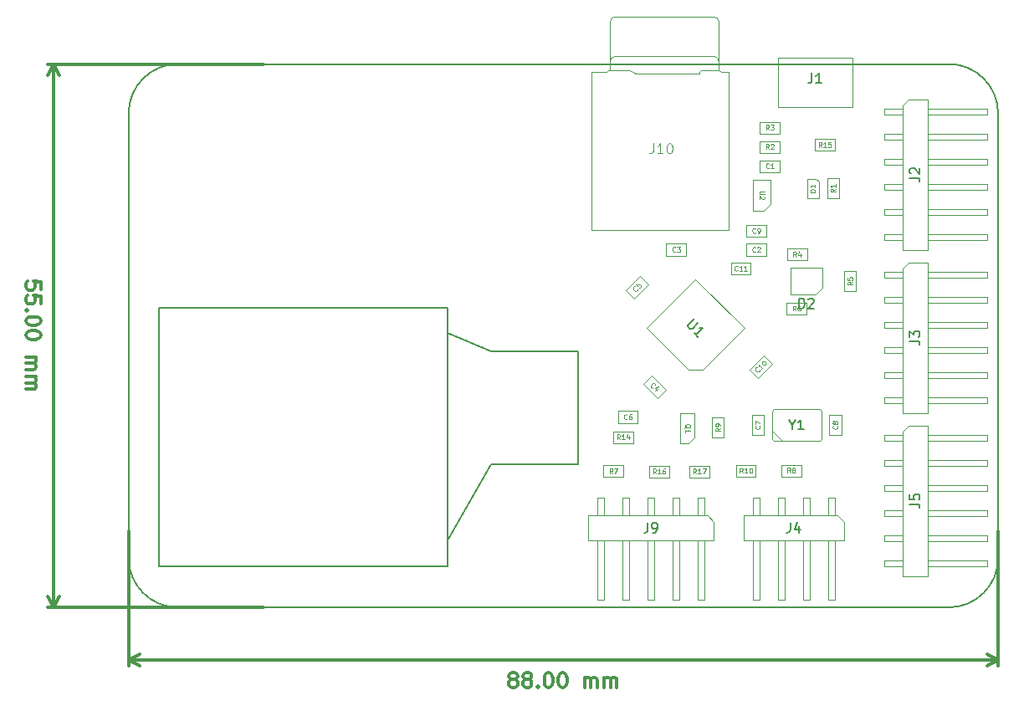
<source format=gbr>
G04 #@! TF.GenerationSoftware,KiCad,Pcbnew,(5.0.2)-1*
G04 #@! TF.CreationDate,2019-03-01T11:01:03+00:00*
G04 #@! TF.ProjectId,PCB_Card,5043425f-4361-4726-942e-6b696361645f,02*
G04 #@! TF.SameCoordinates,PX6ddf710PY7643e10*
G04 #@! TF.FileFunction,Other,Fab,Top*
%FSLAX46Y46*%
G04 Gerber Fmt 4.6, Leading zero omitted, Abs format (unit mm)*
G04 Created by KiCad (PCBNEW (5.0.2)-1) date 01/03/2019 11:01:03*
%MOMM*%
%LPD*%
G01*
G04 APERTURE LIST*
%ADD10C,0.300000*%
%ADD11C,0.200000*%
%ADD12C,0.150000*%
%ADD13C,0.100000*%
%ADD14C,0.075000*%
%ADD15C,0.080000*%
G04 APERTURE END LIST*
D10*
X-8918572Y32219086D02*
X-8918572Y32933372D01*
X-9632858Y33004800D01*
X-9561429Y32933372D01*
X-9490000Y32790515D01*
X-9490000Y32433372D01*
X-9561429Y32290515D01*
X-9632858Y32219086D01*
X-9775715Y32147658D01*
X-10132858Y32147658D01*
X-10275715Y32219086D01*
X-10347143Y32290515D01*
X-10418572Y32433372D01*
X-10418572Y32790515D01*
X-10347143Y32933372D01*
X-10275715Y33004800D01*
X-8918572Y30790515D02*
X-8918572Y31504800D01*
X-9632858Y31576229D01*
X-9561429Y31504800D01*
X-9490000Y31361943D01*
X-9490000Y31004800D01*
X-9561429Y30861943D01*
X-9632858Y30790515D01*
X-9775715Y30719086D01*
X-10132858Y30719086D01*
X-10275715Y30790515D01*
X-10347143Y30861943D01*
X-10418572Y31004800D01*
X-10418572Y31361943D01*
X-10347143Y31504800D01*
X-10275715Y31576229D01*
X-10275715Y30076229D02*
X-10347143Y30004800D01*
X-10418572Y30076229D01*
X-10347143Y30147658D01*
X-10275715Y30076229D01*
X-10418572Y30076229D01*
X-8918572Y29076229D02*
X-8918572Y28933372D01*
X-8990000Y28790515D01*
X-9061429Y28719086D01*
X-9204286Y28647658D01*
X-9490000Y28576229D01*
X-9847143Y28576229D01*
X-10132858Y28647658D01*
X-10275715Y28719086D01*
X-10347143Y28790515D01*
X-10418572Y28933372D01*
X-10418572Y29076229D01*
X-10347143Y29219086D01*
X-10275715Y29290515D01*
X-10132858Y29361943D01*
X-9847143Y29433372D01*
X-9490000Y29433372D01*
X-9204286Y29361943D01*
X-9061429Y29290515D01*
X-8990000Y29219086D01*
X-8918572Y29076229D01*
X-8918572Y27647658D02*
X-8918572Y27504800D01*
X-8990000Y27361943D01*
X-9061429Y27290515D01*
X-9204286Y27219086D01*
X-9490000Y27147658D01*
X-9847143Y27147658D01*
X-10132858Y27219086D01*
X-10275715Y27290515D01*
X-10347143Y27361943D01*
X-10418572Y27504800D01*
X-10418572Y27647658D01*
X-10347143Y27790515D01*
X-10275715Y27861943D01*
X-10132858Y27933372D01*
X-9847143Y28004800D01*
X-9490000Y28004800D01*
X-9204286Y27933372D01*
X-9061429Y27861943D01*
X-8990000Y27790515D01*
X-8918572Y27647658D01*
X-10418572Y25361943D02*
X-9418572Y25361943D01*
X-9561429Y25361943D02*
X-9490000Y25290515D01*
X-9418572Y25147658D01*
X-9418572Y24933372D01*
X-9490000Y24790515D01*
X-9632858Y24719086D01*
X-10418572Y24719086D01*
X-9632858Y24719086D02*
X-9490000Y24647658D01*
X-9418572Y24504800D01*
X-9418572Y24290515D01*
X-9490000Y24147658D01*
X-9632858Y24076229D01*
X-10418572Y24076229D01*
X-10418572Y23361943D02*
X-9418572Y23361943D01*
X-9561429Y23361943D02*
X-9490000Y23290515D01*
X-9418572Y23147658D01*
X-9418572Y22933372D01*
X-9490000Y22790515D01*
X-9632858Y22719086D01*
X-10418572Y22719086D01*
X-9632858Y22719086D02*
X-9490000Y22647658D01*
X-9418572Y22504800D01*
X-9418572Y22290515D01*
X-9490000Y22147658D01*
X-9632858Y22076229D01*
X-10418572Y22076229D01*
X-7640000Y55010000D02*
X-7640000Y-400D01*
X13670000Y55010000D02*
X-8226421Y55010000D01*
X13670000Y-400D02*
X-8226421Y-400D01*
X-7640000Y-400D02*
X-8226421Y1126104D01*
X-7640000Y-400D02*
X-7053579Y1126104D01*
X-7640000Y55010000D02*
X-8226421Y53883496D01*
X-7640000Y55010000D02*
X-7053579Y53883496D01*
X38760718Y-7261428D02*
X38617861Y-7190000D01*
X38546432Y-7118571D01*
X38475004Y-6975714D01*
X38475004Y-6904285D01*
X38546432Y-6761428D01*
X38617861Y-6690000D01*
X38760718Y-6618571D01*
X39046432Y-6618571D01*
X39189289Y-6690000D01*
X39260718Y-6761428D01*
X39332146Y-6904285D01*
X39332146Y-6975714D01*
X39260718Y-7118571D01*
X39189289Y-7190000D01*
X39046432Y-7261428D01*
X38760718Y-7261428D01*
X38617861Y-7332857D01*
X38546432Y-7404285D01*
X38475004Y-7547142D01*
X38475004Y-7832857D01*
X38546432Y-7975714D01*
X38617861Y-8047142D01*
X38760718Y-8118571D01*
X39046432Y-8118571D01*
X39189289Y-8047142D01*
X39260718Y-7975714D01*
X39332146Y-7832857D01*
X39332146Y-7547142D01*
X39260718Y-7404285D01*
X39189289Y-7332857D01*
X39046432Y-7261428D01*
X40189289Y-7261428D02*
X40046432Y-7190000D01*
X39975004Y-7118571D01*
X39903575Y-6975714D01*
X39903575Y-6904285D01*
X39975004Y-6761428D01*
X40046432Y-6690000D01*
X40189289Y-6618571D01*
X40475004Y-6618571D01*
X40617861Y-6690000D01*
X40689289Y-6761428D01*
X40760718Y-6904285D01*
X40760718Y-6975714D01*
X40689289Y-7118571D01*
X40617861Y-7190000D01*
X40475004Y-7261428D01*
X40189289Y-7261428D01*
X40046432Y-7332857D01*
X39975004Y-7404285D01*
X39903575Y-7547142D01*
X39903575Y-7832857D01*
X39975004Y-7975714D01*
X40046432Y-8047142D01*
X40189289Y-8118571D01*
X40475004Y-8118571D01*
X40617861Y-8047142D01*
X40689289Y-7975714D01*
X40760718Y-7832857D01*
X40760718Y-7547142D01*
X40689289Y-7404285D01*
X40617861Y-7332857D01*
X40475004Y-7261428D01*
X41403575Y-7975714D02*
X41475004Y-8047142D01*
X41403575Y-8118571D01*
X41332146Y-8047142D01*
X41403575Y-7975714D01*
X41403575Y-8118571D01*
X42403575Y-6618571D02*
X42546432Y-6618571D01*
X42689289Y-6690000D01*
X42760718Y-6761428D01*
X42832146Y-6904285D01*
X42903575Y-7190000D01*
X42903575Y-7547142D01*
X42832146Y-7832857D01*
X42760718Y-7975714D01*
X42689289Y-8047142D01*
X42546432Y-8118571D01*
X42403575Y-8118571D01*
X42260718Y-8047142D01*
X42189289Y-7975714D01*
X42117861Y-7832857D01*
X42046432Y-7547142D01*
X42046432Y-7190000D01*
X42117861Y-6904285D01*
X42189289Y-6761428D01*
X42260718Y-6690000D01*
X42403575Y-6618571D01*
X43832146Y-6618571D02*
X43975004Y-6618571D01*
X44117861Y-6690000D01*
X44189289Y-6761428D01*
X44260718Y-6904285D01*
X44332146Y-7190000D01*
X44332146Y-7547142D01*
X44260718Y-7832857D01*
X44189289Y-7975714D01*
X44117861Y-8047142D01*
X43975004Y-8118571D01*
X43832146Y-8118571D01*
X43689289Y-8047142D01*
X43617861Y-7975714D01*
X43546432Y-7832857D01*
X43475004Y-7547142D01*
X43475004Y-7190000D01*
X43546432Y-6904285D01*
X43617861Y-6761428D01*
X43689289Y-6690000D01*
X43832146Y-6618571D01*
X46117861Y-8118571D02*
X46117861Y-7118571D01*
X46117861Y-7261428D02*
X46189289Y-7190000D01*
X46332146Y-7118571D01*
X46546432Y-7118571D01*
X46689289Y-7190000D01*
X46760718Y-7332857D01*
X46760718Y-8118571D01*
X46760718Y-7332857D02*
X46832146Y-7190000D01*
X46975004Y-7118571D01*
X47189289Y-7118571D01*
X47332146Y-7190000D01*
X47403575Y-7332857D01*
X47403575Y-8118571D01*
X48117861Y-8118571D02*
X48117861Y-7118571D01*
X48117861Y-7261428D02*
X48189289Y-7190000D01*
X48332146Y-7118571D01*
X48546432Y-7118571D01*
X48689289Y-7190000D01*
X48760718Y-7332857D01*
X48760718Y-8118571D01*
X48760718Y-7332857D02*
X48832146Y-7190000D01*
X48975004Y-7118571D01*
X49189289Y-7118571D01*
X49332146Y-7190000D01*
X49403575Y-7332857D01*
X49403575Y-8118571D01*
X-20000Y-5340000D02*
X87970009Y-5340000D01*
X-20000Y7710000D02*
X-20000Y-5926421D01*
X87970009Y7710000D02*
X87970009Y-5926421D01*
X87970009Y-5340000D02*
X86843505Y-5926421D01*
X87970009Y-5340000D02*
X86843505Y-4753579D01*
X-20000Y-5340000D02*
X1106504Y-5926421D01*
X-20000Y-5340000D02*
X1106504Y-4753579D01*
D11*
X87980000Y50010000D02*
X87980000Y5010000D01*
X-20000Y5010000D02*
G75*
G03X4980000Y10000I5000000J0D01*
G01*
X87980000Y5010000D02*
G75*
G02X82980000Y10000I-5000000J0D01*
G01*
X87980000Y50010000D02*
G75*
G03X82980000Y55010000I-5000000J0D01*
G01*
X-20000Y50010000D02*
G75*
G02X4980000Y55010000I5000000J0D01*
G01*
X-20000Y5010000D02*
X-20000Y50010000D01*
X82980000Y10000D02*
X4980000Y10000D01*
X4980000Y55010000D02*
X82980000Y55010000D01*
D12*
G04 #@! TO.C,J6*
X3080000Y4200000D02*
X3080000Y30360000D01*
X3080000Y30360000D02*
X32300000Y30360000D01*
X32300000Y30360000D02*
X32300000Y4200000D01*
X32300000Y4200000D02*
X3080000Y4200000D01*
X45430000Y25900000D02*
X45430000Y14500000D01*
X45430000Y14500000D02*
X36700000Y14500000D01*
X36700000Y14500000D02*
X32300000Y6800000D01*
X45430000Y25900000D02*
X36700000Y25900000D01*
X32300000Y27760000D02*
X36700000Y25900000D01*
D13*
G04 #@! TO.C,Q1*
X57230000Y17170000D02*
X57230000Y19620000D01*
X56680000Y16600000D02*
X55830000Y16600000D01*
X57230000Y17170000D02*
X56680000Y16600000D01*
X55830000Y16600000D02*
X55830000Y19640000D01*
X57230000Y19640000D02*
X55830000Y19640000D01*
G04 #@! TO.C,C4*
X54321371Y22027157D02*
X53472843Y21178629D01*
X53472843Y21178629D02*
X52058629Y22592843D01*
X52058629Y22592843D02*
X52907157Y23441371D01*
X52907157Y23441371D02*
X54321371Y22027157D01*
G04 #@! TO.C,C5*
X52541371Y32682843D02*
X51127157Y31268629D01*
X51692843Y33531371D02*
X52541371Y32682843D01*
X50278629Y32117157D02*
X51692843Y33531371D01*
X51127157Y31268629D02*
X50278629Y32117157D01*
G04 #@! TO.C,U1*
X56642893Y24037359D02*
X52400253Y28280000D01*
X52400253Y28280000D02*
X57350000Y33229747D01*
X57350000Y33229747D02*
X62299747Y28280000D01*
X62299747Y28280000D02*
X58057107Y24037359D01*
X58057107Y24037359D02*
X56642893Y24037359D01*
G04 #@! TO.C,J10*
X57705000Y54175000D02*
X57705000Y54025000D01*
X59905000Y54175000D02*
X60715000Y54175000D01*
X48305000Y54175000D02*
X46865000Y54175000D01*
X57905000Y54375000D02*
X59705000Y54375000D01*
X57705000Y54175000D02*
X57905000Y54375000D01*
X59705000Y54375000D02*
X59905000Y54175000D01*
X50755000Y54375000D02*
X51280000Y54025000D01*
X48505000Y54375000D02*
X48305000Y54175000D01*
X48505000Y54375000D02*
X50755000Y54375000D01*
X60715000Y54175000D02*
X60715000Y38225000D01*
X46865000Y54175000D02*
X46865000Y38225000D01*
X46865000Y38225000D02*
X60715000Y38225000D01*
X51280000Y54025000D02*
X57705000Y54025000D01*
X59215000Y55775000D02*
X49215000Y55775000D01*
X59215000Y59775000D02*
X49215000Y59775000D01*
X48715000Y59275000D02*
X48715000Y54375000D01*
X59715000Y54375000D02*
X59715000Y59275000D01*
X49215000Y55775000D02*
G75*
G03X48715000Y55275000I0J-500000D01*
G01*
X59715000Y55275000D02*
G75*
G03X59215000Y55775000I-500000J0D01*
G01*
X49215000Y59775000D02*
G75*
G03X48715000Y59275000I0J-500000D01*
G01*
X59715000Y59275000D02*
G75*
G03X59215000Y59775000I-500000J0D01*
G01*
G04 #@! TO.C,R15*
X69440000Y46230000D02*
X69440000Y47430000D01*
X69440000Y47430000D02*
X71440000Y47430000D01*
X71440000Y47430000D02*
X71440000Y46230000D01*
X71440000Y46230000D02*
X69440000Y46230000D01*
G04 #@! TO.C,J3*
X80855000Y20645000D02*
X86855000Y20645000D01*
X86855000Y21285000D02*
X86855000Y20645000D01*
X80855000Y21285000D02*
X86855000Y21285000D01*
X76495000Y20645000D02*
X78315000Y20645000D01*
X76495000Y21285000D02*
X76495000Y20645000D01*
X76495000Y21285000D02*
X78315000Y21285000D01*
X80855000Y23185000D02*
X86855000Y23185000D01*
X86855000Y23825000D02*
X86855000Y23185000D01*
X80855000Y23825000D02*
X86855000Y23825000D01*
X76495000Y23185000D02*
X78315000Y23185000D01*
X76495000Y23825000D02*
X76495000Y23185000D01*
X76495000Y23825000D02*
X78315000Y23825000D01*
X80855000Y25725000D02*
X86855000Y25725000D01*
X86855000Y26365000D02*
X86855000Y25725000D01*
X80855000Y26365000D02*
X86855000Y26365000D01*
X76495000Y25725000D02*
X78315000Y25725000D01*
X76495000Y26365000D02*
X76495000Y25725000D01*
X76495000Y26365000D02*
X78315000Y26365000D01*
X80855000Y28265000D02*
X86855000Y28265000D01*
X86855000Y28905000D02*
X86855000Y28265000D01*
X80855000Y28905000D02*
X86855000Y28905000D01*
X76495000Y28265000D02*
X78315000Y28265000D01*
X76495000Y28905000D02*
X76495000Y28265000D01*
X76495000Y28905000D02*
X78315000Y28905000D01*
X80855000Y30805000D02*
X86855000Y30805000D01*
X86855000Y31445000D02*
X86855000Y30805000D01*
X80855000Y31445000D02*
X86855000Y31445000D01*
X76495000Y30805000D02*
X78315000Y30805000D01*
X76495000Y31445000D02*
X76495000Y30805000D01*
X76495000Y31445000D02*
X78315000Y31445000D01*
X80855000Y33345000D02*
X86855000Y33345000D01*
X86855000Y33985000D02*
X86855000Y33345000D01*
X80855000Y33985000D02*
X86855000Y33985000D01*
X76495000Y33345000D02*
X78315000Y33345000D01*
X76495000Y33985000D02*
X76495000Y33345000D01*
X76495000Y33985000D02*
X78315000Y33985000D01*
X78315000Y34300000D02*
X78950000Y34935000D01*
X78315000Y19695000D02*
X78315000Y34300000D01*
X80855000Y19695000D02*
X78315000Y19695000D01*
X80855000Y34935000D02*
X80855000Y19695000D01*
X78950000Y34935000D02*
X80855000Y34935000D01*
G04 #@! TO.C,Y1*
X65300000Y20070000D02*
X69900000Y20070000D01*
X69900000Y20070000D02*
X70100000Y19870000D01*
X70100000Y19870000D02*
X70100000Y17070000D01*
X70100000Y17070000D02*
X69900000Y16870000D01*
X69900000Y16870000D02*
X65300000Y16870000D01*
X65300000Y16870000D02*
X65100000Y17070000D01*
X65100000Y17070000D02*
X65100000Y19870000D01*
X65100000Y19870000D02*
X65300000Y20070000D01*
X65100000Y17870000D02*
X66100000Y16870000D01*
G04 #@! TO.C,C7*
X64250000Y19470000D02*
X64250000Y17470000D01*
X63050000Y19470000D02*
X64250000Y19470000D01*
X63050000Y17470000D02*
X63050000Y19470000D01*
X64250000Y17470000D02*
X63050000Y17470000D01*
G04 #@! TO.C,C8*
X70900000Y19470000D02*
X72100000Y19470000D01*
X72100000Y19470000D02*
X72100000Y17470000D01*
X72100000Y17470000D02*
X70900000Y17470000D01*
X70900000Y17470000D02*
X70900000Y19470000D01*
G04 #@! TO.C,R8*
X68045000Y14453000D02*
X68045000Y13253000D01*
X68045000Y13253000D02*
X66045000Y13253000D01*
X66045000Y13253000D02*
X66045000Y14453000D01*
X66045000Y14453000D02*
X68045000Y14453000D01*
G04 #@! TO.C,D2*
X69485000Y31680000D02*
X66960000Y31680000D01*
X66960000Y31680000D02*
X66960000Y34380000D01*
X66960000Y34380000D02*
X70160000Y34380000D01*
X70160000Y34380000D02*
X70160000Y32355000D01*
X70160000Y32355000D02*
X69485000Y31680000D01*
G04 #@! TO.C,C1*
X65870000Y45270000D02*
X65870000Y44070000D01*
X65870000Y44070000D02*
X63870000Y44070000D01*
X63870000Y44070000D02*
X63870000Y45270000D01*
X63870000Y45270000D02*
X65870000Y45270000D01*
G04 #@! TO.C,C2*
X62500000Y36810000D02*
X64500000Y36810000D01*
X62500000Y35610000D02*
X62500000Y36810000D01*
X64500000Y35610000D02*
X62500000Y35610000D01*
X64500000Y36810000D02*
X64500000Y35610000D01*
G04 #@! TO.C,C3*
X54400000Y35620000D02*
X54400000Y36820000D01*
X54400000Y36820000D02*
X56400000Y36820000D01*
X56400000Y36820000D02*
X56400000Y35620000D01*
X56400000Y35620000D02*
X54400000Y35620000D01*
G04 #@! TO.C,C6*
X51500000Y18680000D02*
X49500000Y18680000D01*
X51500000Y19880000D02*
X51500000Y18680000D01*
X49500000Y19880000D02*
X51500000Y19880000D01*
X49500000Y18680000D02*
X49500000Y19880000D01*
G04 #@! TO.C,J1*
X65699000Y55684000D02*
X73199000Y55684000D01*
X65699000Y50684000D02*
X65699000Y55684000D01*
X73199000Y50684000D02*
X65699000Y50684000D01*
X73199000Y55684000D02*
X73199000Y50684000D01*
X72699000Y54984000D02*
X66199000Y54984000D01*
G04 #@! TO.C,J2*
X78950000Y51445000D02*
X80855000Y51445000D01*
X80855000Y51445000D02*
X80855000Y36205000D01*
X80855000Y36205000D02*
X78315000Y36205000D01*
X78315000Y36205000D02*
X78315000Y50810000D01*
X78315000Y50810000D02*
X78950000Y51445000D01*
X76495000Y50495000D02*
X78315000Y50495000D01*
X76495000Y50495000D02*
X76495000Y49855000D01*
X76495000Y49855000D02*
X78315000Y49855000D01*
X80855000Y50495000D02*
X86855000Y50495000D01*
X86855000Y50495000D02*
X86855000Y49855000D01*
X80855000Y49855000D02*
X86855000Y49855000D01*
X76495000Y47955000D02*
X78315000Y47955000D01*
X76495000Y47955000D02*
X76495000Y47315000D01*
X76495000Y47315000D02*
X78315000Y47315000D01*
X80855000Y47955000D02*
X86855000Y47955000D01*
X86855000Y47955000D02*
X86855000Y47315000D01*
X80855000Y47315000D02*
X86855000Y47315000D01*
X76495000Y45415000D02*
X78315000Y45415000D01*
X76495000Y45415000D02*
X76495000Y44775000D01*
X76495000Y44775000D02*
X78315000Y44775000D01*
X80855000Y45415000D02*
X86855000Y45415000D01*
X86855000Y45415000D02*
X86855000Y44775000D01*
X80855000Y44775000D02*
X86855000Y44775000D01*
X76495000Y42875000D02*
X78315000Y42875000D01*
X76495000Y42875000D02*
X76495000Y42235000D01*
X76495000Y42235000D02*
X78315000Y42235000D01*
X80855000Y42875000D02*
X86855000Y42875000D01*
X86855000Y42875000D02*
X86855000Y42235000D01*
X80855000Y42235000D02*
X86855000Y42235000D01*
X76495000Y40335000D02*
X78315000Y40335000D01*
X76495000Y40335000D02*
X76495000Y39695000D01*
X76495000Y39695000D02*
X78315000Y39695000D01*
X80855000Y40335000D02*
X86855000Y40335000D01*
X86855000Y40335000D02*
X86855000Y39695000D01*
X80855000Y39695000D02*
X86855000Y39695000D01*
X76495000Y37795000D02*
X78315000Y37795000D01*
X76495000Y37795000D02*
X76495000Y37155000D01*
X76495000Y37155000D02*
X78315000Y37155000D01*
X80855000Y37795000D02*
X86855000Y37795000D01*
X86855000Y37795000D02*
X86855000Y37155000D01*
X80855000Y37155000D02*
X86855000Y37155000D01*
G04 #@! TO.C,J4*
X72370000Y8670000D02*
X72370000Y6765000D01*
X72370000Y6765000D02*
X62210000Y6765000D01*
X62210000Y6765000D02*
X62210000Y9305000D01*
X62210000Y9305000D02*
X71735000Y9305000D01*
X71735000Y9305000D02*
X72370000Y8670000D01*
X71420000Y11125000D02*
X71420000Y9305000D01*
X71420000Y11125000D02*
X70780000Y11125000D01*
X70780000Y11125000D02*
X70780000Y9305000D01*
X71420000Y6765000D02*
X71420000Y765000D01*
X71420000Y765000D02*
X70780000Y765000D01*
X70780000Y6765000D02*
X70780000Y765000D01*
X68880000Y11125000D02*
X68880000Y9305000D01*
X68880000Y11125000D02*
X68240000Y11125000D01*
X68240000Y11125000D02*
X68240000Y9305000D01*
X68880000Y6765000D02*
X68880000Y765000D01*
X68880000Y765000D02*
X68240000Y765000D01*
X68240000Y6765000D02*
X68240000Y765000D01*
X66340000Y11125000D02*
X66340000Y9305000D01*
X66340000Y11125000D02*
X65700000Y11125000D01*
X65700000Y11125000D02*
X65700000Y9305000D01*
X66340000Y6765000D02*
X66340000Y765000D01*
X66340000Y765000D02*
X65700000Y765000D01*
X65700000Y6765000D02*
X65700000Y765000D01*
X63800000Y11125000D02*
X63800000Y9305000D01*
X63800000Y11125000D02*
X63160000Y11125000D01*
X63160000Y11125000D02*
X63160000Y9305000D01*
X63800000Y6765000D02*
X63800000Y765000D01*
X63800000Y765000D02*
X63160000Y765000D01*
X63160000Y6765000D02*
X63160000Y765000D01*
G04 #@! TO.C,J5*
X78950000Y18425000D02*
X80855000Y18425000D01*
X80855000Y18425000D02*
X80855000Y3185000D01*
X80855000Y3185000D02*
X78315000Y3185000D01*
X78315000Y3185000D02*
X78315000Y17790000D01*
X78315000Y17790000D02*
X78950000Y18425000D01*
X76495000Y17475000D02*
X78315000Y17475000D01*
X76495000Y17475000D02*
X76495000Y16835000D01*
X76495000Y16835000D02*
X78315000Y16835000D01*
X80855000Y17475000D02*
X86855000Y17475000D01*
X86855000Y17475000D02*
X86855000Y16835000D01*
X80855000Y16835000D02*
X86855000Y16835000D01*
X76495000Y14935000D02*
X78315000Y14935000D01*
X76495000Y14935000D02*
X76495000Y14295000D01*
X76495000Y14295000D02*
X78315000Y14295000D01*
X80855000Y14935000D02*
X86855000Y14935000D01*
X86855000Y14935000D02*
X86855000Y14295000D01*
X80855000Y14295000D02*
X86855000Y14295000D01*
X76495000Y12395000D02*
X78315000Y12395000D01*
X76495000Y12395000D02*
X76495000Y11755000D01*
X76495000Y11755000D02*
X78315000Y11755000D01*
X80855000Y12395000D02*
X86855000Y12395000D01*
X86855000Y12395000D02*
X86855000Y11755000D01*
X80855000Y11755000D02*
X86855000Y11755000D01*
X76495000Y9855000D02*
X78315000Y9855000D01*
X76495000Y9855000D02*
X76495000Y9215000D01*
X76495000Y9215000D02*
X78315000Y9215000D01*
X80855000Y9855000D02*
X86855000Y9855000D01*
X86855000Y9855000D02*
X86855000Y9215000D01*
X80855000Y9215000D02*
X86855000Y9215000D01*
X76495000Y7315000D02*
X78315000Y7315000D01*
X76495000Y7315000D02*
X76495000Y6675000D01*
X76495000Y6675000D02*
X78315000Y6675000D01*
X80855000Y7315000D02*
X86855000Y7315000D01*
X86855000Y7315000D02*
X86855000Y6675000D01*
X80855000Y6675000D02*
X86855000Y6675000D01*
X76495000Y4775000D02*
X78315000Y4775000D01*
X76495000Y4775000D02*
X76495000Y4135000D01*
X76495000Y4135000D02*
X78315000Y4135000D01*
X80855000Y4775000D02*
X86855000Y4775000D01*
X86855000Y4775000D02*
X86855000Y4135000D01*
X80855000Y4135000D02*
X86855000Y4135000D01*
G04 #@! TO.C,R1*
X70680000Y43430000D02*
X71880000Y43430000D01*
X71880000Y43430000D02*
X71880000Y41430000D01*
X71880000Y41430000D02*
X70680000Y41430000D01*
X70680000Y41430000D02*
X70680000Y43430000D01*
G04 #@! TO.C,R2*
X65860000Y47220000D02*
X65860000Y46020000D01*
X65860000Y46020000D02*
X63860000Y46020000D01*
X63860000Y46020000D02*
X63860000Y47220000D01*
X63860000Y47220000D02*
X65860000Y47220000D01*
G04 #@! TO.C,R3*
X65860000Y47960000D02*
X63860000Y47960000D01*
X65860000Y49160000D02*
X65860000Y47960000D01*
X63860000Y49160000D02*
X65860000Y49160000D01*
X63860000Y47960000D02*
X63860000Y49160000D01*
G04 #@! TO.C,R4*
X68630000Y36360000D02*
X68630000Y35160000D01*
X68630000Y35160000D02*
X66630000Y35160000D01*
X66630000Y35160000D02*
X66630000Y36360000D01*
X66630000Y36360000D02*
X68630000Y36360000D01*
G04 #@! TO.C,R5*
X72405000Y32030000D02*
X72405000Y34030000D01*
X73605000Y32030000D02*
X72405000Y32030000D01*
X73605000Y34030000D02*
X73605000Y32030000D01*
X72405000Y34030000D02*
X73605000Y34030000D01*
G04 #@! TO.C,R6*
X66580000Y30860000D02*
X68580000Y30860000D01*
X66580000Y29660000D02*
X66580000Y30860000D01*
X68580000Y29660000D02*
X66580000Y29660000D01*
X68580000Y30860000D02*
X68580000Y29660000D01*
G04 #@! TO.C,R7*
X50030000Y14410000D02*
X50030000Y13210000D01*
X50030000Y13210000D02*
X48030000Y13210000D01*
X48030000Y13210000D02*
X48030000Y14410000D01*
X48030000Y14410000D02*
X50030000Y14410000D01*
G04 #@! TO.C,R10*
X63455000Y13235000D02*
X61455000Y13235000D01*
X63455000Y14435000D02*
X63455000Y13235000D01*
X61455000Y14435000D02*
X63455000Y14435000D01*
X61455000Y13235000D02*
X61455000Y14435000D01*
G04 #@! TO.C,U2*
X64950000Y40830000D02*
X64300000Y40180000D01*
X63150000Y40180000D02*
X64300000Y40180000D01*
X64950000Y40830000D02*
X64950000Y43280000D01*
X63150000Y43280000D02*
X64950000Y43280000D01*
X63150000Y40180000D02*
X63150000Y43280000D01*
G04 #@! TO.C,J9*
X59200000Y8675000D02*
X59200000Y6770000D01*
X59200000Y6770000D02*
X46500000Y6770000D01*
X46500000Y6770000D02*
X46500000Y9310000D01*
X46500000Y9310000D02*
X58565000Y9310000D01*
X58565000Y9310000D02*
X59200000Y8675000D01*
X58250000Y11130000D02*
X58250000Y9310000D01*
X58250000Y11130000D02*
X57610000Y11130000D01*
X57610000Y11130000D02*
X57610000Y9310000D01*
X58250000Y6770000D02*
X58250000Y770000D01*
X58250000Y770000D02*
X57610000Y770000D01*
X57610000Y6770000D02*
X57610000Y770000D01*
X55710000Y11130000D02*
X55710000Y9310000D01*
X55710000Y11130000D02*
X55070000Y11130000D01*
X55070000Y11130000D02*
X55070000Y9310000D01*
X55710000Y6770000D02*
X55710000Y770000D01*
X55710000Y770000D02*
X55070000Y770000D01*
X55070000Y6770000D02*
X55070000Y770000D01*
X53170000Y11130000D02*
X53170000Y9310000D01*
X53170000Y11130000D02*
X52530000Y11130000D01*
X52530000Y11130000D02*
X52530000Y9310000D01*
X53170000Y6770000D02*
X53170000Y770000D01*
X53170000Y770000D02*
X52530000Y770000D01*
X52530000Y6770000D02*
X52530000Y770000D01*
X50630000Y11130000D02*
X50630000Y9310000D01*
X50630000Y11130000D02*
X49990000Y11130000D01*
X49990000Y11130000D02*
X49990000Y9310000D01*
X50630000Y6770000D02*
X50630000Y770000D01*
X50630000Y770000D02*
X49990000Y770000D01*
X49990000Y6770000D02*
X49990000Y770000D01*
X48090000Y11130000D02*
X48090000Y9310000D01*
X48090000Y11130000D02*
X47450000Y11130000D01*
X47450000Y11130000D02*
X47450000Y9310000D01*
X48090000Y6770000D02*
X48090000Y770000D01*
X48090000Y770000D02*
X47450000Y770000D01*
X47450000Y6770000D02*
X47450000Y770000D01*
G04 #@! TO.C,R16*
X52680000Y14360000D02*
X54680000Y14360000D01*
X52680000Y13160000D02*
X52680000Y14360000D01*
X54680000Y13160000D02*
X52680000Y13160000D01*
X54680000Y14360000D02*
X54680000Y13160000D01*
G04 #@! TO.C,R17*
X58730000Y14360000D02*
X58730000Y13160000D01*
X58730000Y13160000D02*
X56730000Y13160000D01*
X56730000Y13160000D02*
X56730000Y14360000D01*
X56730000Y14360000D02*
X58730000Y14360000D01*
G04 #@! TO.C,C9*
X64500000Y38710000D02*
X64500000Y37510000D01*
X64500000Y37510000D02*
X62500000Y37510000D01*
X62500000Y37510000D02*
X62500000Y38710000D01*
X62500000Y38710000D02*
X64500000Y38710000D01*
G04 #@! TO.C,C10*
X64222843Y25511371D02*
X65071371Y24662843D01*
X65071371Y24662843D02*
X63657157Y23248629D01*
X63657157Y23248629D02*
X62808629Y24097157D01*
X62808629Y24097157D02*
X64222843Y25511371D01*
G04 #@! TO.C,D1*
X69840000Y41400000D02*
X69840000Y43100000D01*
X69840000Y43100000D02*
X69540000Y43400000D01*
X69540000Y43400000D02*
X68640000Y43400000D01*
X68640000Y43400000D02*
X68640000Y41400000D01*
X68640000Y41400000D02*
X69840000Y41400000D01*
G04 #@! TO.C,R9*
X60240000Y17220000D02*
X59040000Y17220000D01*
X59040000Y17220000D02*
X59040000Y19220000D01*
X59040000Y19220000D02*
X60240000Y19220000D01*
X60240000Y19220000D02*
X60240000Y17220000D01*
G04 #@! TO.C,R14*
X51030000Y16630000D02*
X49030000Y16630000D01*
X51030000Y17830000D02*
X51030000Y16630000D01*
X49030000Y17830000D02*
X51030000Y17830000D01*
X49030000Y16630000D02*
X49030000Y17830000D01*
G04 #@! TO.C,C11*
X60925000Y33710000D02*
X60925000Y34910000D01*
X60925000Y34910000D02*
X62925000Y34910000D01*
X62925000Y34910000D02*
X62925000Y33710000D01*
X62925000Y33710000D02*
X60925000Y33710000D01*
G04 #@! TD*
G04 #@! TO.C,Q1*
D14*
X56256190Y18167620D02*
X56280000Y18215239D01*
X56327619Y18262858D01*
X56399047Y18334286D01*
X56422857Y18381905D01*
X56422857Y18429524D01*
X56303809Y18405715D02*
X56327619Y18453334D01*
X56375238Y18500953D01*
X56470476Y18524762D01*
X56637142Y18524762D01*
X56732380Y18500953D01*
X56780000Y18453334D01*
X56803809Y18405715D01*
X56803809Y18310477D01*
X56780000Y18262858D01*
X56732380Y18215239D01*
X56637142Y18191429D01*
X56470476Y18191429D01*
X56375238Y18215239D01*
X56327619Y18262858D01*
X56303809Y18310477D01*
X56303809Y18405715D01*
X56303809Y17715239D02*
X56303809Y18000953D01*
X56303809Y17858096D02*
X56803809Y17858096D01*
X56732380Y17905715D01*
X56684761Y17953334D01*
X56660952Y18000953D01*
G04 #@! TO.C,C4*
D15*
X53004805Y22242657D02*
X52971133Y22242657D01*
X52903790Y22276329D01*
X52870118Y22310000D01*
X52836446Y22377344D01*
X52836446Y22444688D01*
X52853282Y22495195D01*
X52903790Y22579375D01*
X52954297Y22629882D01*
X53038477Y22680390D01*
X53088984Y22697226D01*
X53156328Y22697226D01*
X53223671Y22663554D01*
X53257343Y22629882D01*
X53291015Y22562539D01*
X53291015Y22528867D01*
X53509881Y22141642D02*
X53274179Y21905939D01*
X53560389Y22360508D02*
X53223671Y22192149D01*
X53442538Y21973283D01*
G04 #@! TO.C,C5*
X51477343Y32214806D02*
X51477343Y32181134D01*
X51443671Y32113791D01*
X51410000Y32080119D01*
X51342656Y32046447D01*
X51275312Y32046447D01*
X51224805Y32063283D01*
X51140625Y32113791D01*
X51090118Y32164298D01*
X51039610Y32248478D01*
X51022774Y32298985D01*
X51022774Y32366329D01*
X51056446Y32433672D01*
X51090118Y32467344D01*
X51157461Y32501016D01*
X51191133Y32501016D01*
X51477343Y32854569D02*
X51308984Y32686210D01*
X51460507Y32501016D01*
X51460507Y32534688D01*
X51477343Y32585195D01*
X51561522Y32669375D01*
X51612030Y32686210D01*
X51645702Y32686210D01*
X51696209Y32669375D01*
X51780389Y32585195D01*
X51797225Y32534688D01*
X51797225Y32501016D01*
X51780389Y32450508D01*
X51696209Y32366329D01*
X51645702Y32349493D01*
X51612030Y32349493D01*
G04 #@! TO.C,U1*
D12*
X57198477Y29205974D02*
X56626057Y28633554D01*
X56592385Y28532539D01*
X56592385Y28465195D01*
X56626057Y28364180D01*
X56760744Y28229493D01*
X56861759Y28195821D01*
X56929103Y28195821D01*
X57030118Y28229493D01*
X57602538Y28801913D01*
X57602538Y27387699D02*
X57198477Y27791760D01*
X57400507Y27589730D02*
X58107614Y28296836D01*
X57939255Y28263165D01*
X57804568Y28263165D01*
X57703553Y28296836D01*
G04 #@! TO.C,J10*
D13*
X53055476Y46972620D02*
X53055476Y46258334D01*
X53007857Y46115477D01*
X52912619Y46020239D01*
X52769761Y45972620D01*
X52674523Y45972620D01*
X54055476Y45972620D02*
X53484047Y45972620D01*
X53769761Y45972620D02*
X53769761Y46972620D01*
X53674523Y46829762D01*
X53579285Y46734524D01*
X53484047Y46686905D01*
X54674523Y46972620D02*
X54769761Y46972620D01*
X54865000Y46925000D01*
X54912619Y46877381D01*
X54960238Y46782143D01*
X55007857Y46591667D01*
X55007857Y46353572D01*
X54960238Y46163096D01*
X54912619Y46067858D01*
X54865000Y46020239D01*
X54769761Y45972620D01*
X54674523Y45972620D01*
X54579285Y46020239D01*
X54531666Y46067858D01*
X54484047Y46163096D01*
X54436428Y46353572D01*
X54436428Y46591667D01*
X54484047Y46782143D01*
X54531666Y46877381D01*
X54579285Y46925000D01*
X54674523Y46972620D01*
G04 #@! TO.C,R15*
D15*
X70118571Y46603810D02*
X69951904Y46841905D01*
X69832857Y46603810D02*
X69832857Y47103810D01*
X70023333Y47103810D01*
X70070952Y47080000D01*
X70094761Y47056191D01*
X70118571Y47008572D01*
X70118571Y46937143D01*
X70094761Y46889524D01*
X70070952Y46865715D01*
X70023333Y46841905D01*
X69832857Y46841905D01*
X70594761Y46603810D02*
X70309047Y46603810D01*
X70451904Y46603810D02*
X70451904Y47103810D01*
X70404285Y47032381D01*
X70356666Y46984762D01*
X70309047Y46960953D01*
X71047142Y47103810D02*
X70809047Y47103810D01*
X70785238Y46865715D01*
X70809047Y46889524D01*
X70856666Y46913334D01*
X70975714Y46913334D01*
X71023333Y46889524D01*
X71047142Y46865715D01*
X71070952Y46818096D01*
X71070952Y46699048D01*
X71047142Y46651429D01*
X71023333Y46627620D01*
X70975714Y46603810D01*
X70856666Y46603810D01*
X70809047Y46627620D01*
X70785238Y46651429D01*
G04 #@! TO.C,J3*
D12*
X79037380Y26981667D02*
X79751666Y26981667D01*
X79894523Y26934048D01*
X79989761Y26838810D01*
X80037380Y26695953D01*
X80037380Y26600715D01*
X79037380Y27362620D02*
X79037380Y27981667D01*
X79418333Y27648334D01*
X79418333Y27791191D01*
X79465952Y27886429D01*
X79513571Y27934048D01*
X79608809Y27981667D01*
X79846904Y27981667D01*
X79942142Y27934048D01*
X79989761Y27886429D01*
X80037380Y27791191D01*
X80037380Y27505477D01*
X79989761Y27410239D01*
X79942142Y27362620D01*
G04 #@! TO.C,Y1*
X67123809Y18493810D02*
X67123809Y18017620D01*
X66790476Y19017620D02*
X67123809Y18493810D01*
X67457142Y19017620D01*
X68314285Y18017620D02*
X67742857Y18017620D01*
X68028571Y18017620D02*
X68028571Y19017620D01*
X67933333Y18874762D01*
X67838095Y18779524D01*
X67742857Y18731905D01*
G04 #@! TO.C,C7*
D15*
X63828571Y18386667D02*
X63852380Y18362858D01*
X63876190Y18291429D01*
X63876190Y18243810D01*
X63852380Y18172381D01*
X63804761Y18124762D01*
X63757142Y18100953D01*
X63661904Y18077143D01*
X63590476Y18077143D01*
X63495238Y18100953D01*
X63447619Y18124762D01*
X63400000Y18172381D01*
X63376190Y18243810D01*
X63376190Y18291429D01*
X63400000Y18362858D01*
X63423809Y18386667D01*
X63376190Y18553334D02*
X63376190Y18886667D01*
X63876190Y18672381D01*
G04 #@! TO.C,C8*
X71678571Y18386667D02*
X71702380Y18362858D01*
X71726190Y18291429D01*
X71726190Y18243810D01*
X71702380Y18172381D01*
X71654761Y18124762D01*
X71607142Y18100953D01*
X71511904Y18077143D01*
X71440476Y18077143D01*
X71345238Y18100953D01*
X71297619Y18124762D01*
X71250000Y18172381D01*
X71226190Y18243810D01*
X71226190Y18291429D01*
X71250000Y18362858D01*
X71273809Y18386667D01*
X71440476Y18672381D02*
X71416666Y18624762D01*
X71392857Y18600953D01*
X71345238Y18577143D01*
X71321428Y18577143D01*
X71273809Y18600953D01*
X71250000Y18624762D01*
X71226190Y18672381D01*
X71226190Y18767620D01*
X71250000Y18815239D01*
X71273809Y18839048D01*
X71321428Y18862858D01*
X71345238Y18862858D01*
X71392857Y18839048D01*
X71416666Y18815239D01*
X71440476Y18767620D01*
X71440476Y18672381D01*
X71464285Y18624762D01*
X71488095Y18600953D01*
X71535714Y18577143D01*
X71630952Y18577143D01*
X71678571Y18600953D01*
X71702380Y18624762D01*
X71726190Y18672381D01*
X71726190Y18767620D01*
X71702380Y18815239D01*
X71678571Y18839048D01*
X71630952Y18862858D01*
X71535714Y18862858D01*
X71488095Y18839048D01*
X71464285Y18815239D01*
X71440476Y18767620D01*
G04 #@! TO.C,R8*
X66961666Y13626810D02*
X66795000Y13864905D01*
X66675952Y13626810D02*
X66675952Y14126810D01*
X66866428Y14126810D01*
X66914047Y14103000D01*
X66937857Y14079191D01*
X66961666Y14031572D01*
X66961666Y13960143D01*
X66937857Y13912524D01*
X66914047Y13888715D01*
X66866428Y13864905D01*
X66675952Y13864905D01*
X67247380Y13912524D02*
X67199761Y13936334D01*
X67175952Y13960143D01*
X67152142Y14007762D01*
X67152142Y14031572D01*
X67175952Y14079191D01*
X67199761Y14103000D01*
X67247380Y14126810D01*
X67342619Y14126810D01*
X67390238Y14103000D01*
X67414047Y14079191D01*
X67437857Y14031572D01*
X67437857Y14007762D01*
X67414047Y13960143D01*
X67390238Y13936334D01*
X67342619Y13912524D01*
X67247380Y13912524D01*
X67199761Y13888715D01*
X67175952Y13864905D01*
X67152142Y13817286D01*
X67152142Y13722048D01*
X67175952Y13674429D01*
X67199761Y13650620D01*
X67247380Y13626810D01*
X67342619Y13626810D01*
X67390238Y13650620D01*
X67414047Y13674429D01*
X67437857Y13722048D01*
X67437857Y13817286D01*
X67414047Y13864905D01*
X67390238Y13888715D01*
X67342619Y13912524D01*
G04 #@! TO.C,D2*
D12*
X67821904Y30277620D02*
X67821904Y31277620D01*
X68060000Y31277620D01*
X68202857Y31230000D01*
X68298095Y31134762D01*
X68345714Y31039524D01*
X68393333Y30849048D01*
X68393333Y30706191D01*
X68345714Y30515715D01*
X68298095Y30420477D01*
X68202857Y30325239D01*
X68060000Y30277620D01*
X67821904Y30277620D01*
X68774285Y31182381D02*
X68821904Y31230000D01*
X68917142Y31277620D01*
X69155238Y31277620D01*
X69250476Y31230000D01*
X69298095Y31182381D01*
X69345714Y31087143D01*
X69345714Y30991905D01*
X69298095Y30849048D01*
X68726666Y30277620D01*
X69345714Y30277620D01*
G04 #@! TO.C,C1*
D15*
X64786666Y44491429D02*
X64762857Y44467620D01*
X64691428Y44443810D01*
X64643809Y44443810D01*
X64572380Y44467620D01*
X64524761Y44515239D01*
X64500952Y44562858D01*
X64477142Y44658096D01*
X64477142Y44729524D01*
X64500952Y44824762D01*
X64524761Y44872381D01*
X64572380Y44920000D01*
X64643809Y44943810D01*
X64691428Y44943810D01*
X64762857Y44920000D01*
X64786666Y44896191D01*
X65262857Y44443810D02*
X64977142Y44443810D01*
X65120000Y44443810D02*
X65120000Y44943810D01*
X65072380Y44872381D01*
X65024761Y44824762D01*
X64977142Y44800953D01*
G04 #@! TO.C,C2*
X63416666Y36031429D02*
X63392857Y36007620D01*
X63321428Y35983810D01*
X63273809Y35983810D01*
X63202380Y36007620D01*
X63154761Y36055239D01*
X63130952Y36102858D01*
X63107142Y36198096D01*
X63107142Y36269524D01*
X63130952Y36364762D01*
X63154761Y36412381D01*
X63202380Y36460000D01*
X63273809Y36483810D01*
X63321428Y36483810D01*
X63392857Y36460000D01*
X63416666Y36436191D01*
X63607142Y36436191D02*
X63630952Y36460000D01*
X63678571Y36483810D01*
X63797619Y36483810D01*
X63845238Y36460000D01*
X63869047Y36436191D01*
X63892857Y36388572D01*
X63892857Y36340953D01*
X63869047Y36269524D01*
X63583333Y35983810D01*
X63892857Y35983810D01*
G04 #@! TO.C,C3*
X55316666Y36041429D02*
X55292857Y36017620D01*
X55221428Y35993810D01*
X55173809Y35993810D01*
X55102380Y36017620D01*
X55054761Y36065239D01*
X55030952Y36112858D01*
X55007142Y36208096D01*
X55007142Y36279524D01*
X55030952Y36374762D01*
X55054761Y36422381D01*
X55102380Y36470000D01*
X55173809Y36493810D01*
X55221428Y36493810D01*
X55292857Y36470000D01*
X55316666Y36446191D01*
X55483333Y36493810D02*
X55792857Y36493810D01*
X55626190Y36303334D01*
X55697619Y36303334D01*
X55745238Y36279524D01*
X55769047Y36255715D01*
X55792857Y36208096D01*
X55792857Y36089048D01*
X55769047Y36041429D01*
X55745238Y36017620D01*
X55697619Y35993810D01*
X55554761Y35993810D01*
X55507142Y36017620D01*
X55483333Y36041429D01*
G04 #@! TO.C,C6*
X50416666Y19101429D02*
X50392857Y19077620D01*
X50321428Y19053810D01*
X50273809Y19053810D01*
X50202380Y19077620D01*
X50154761Y19125239D01*
X50130952Y19172858D01*
X50107142Y19268096D01*
X50107142Y19339524D01*
X50130952Y19434762D01*
X50154761Y19482381D01*
X50202380Y19530000D01*
X50273809Y19553810D01*
X50321428Y19553810D01*
X50392857Y19530000D01*
X50416666Y19506191D01*
X50845238Y19553810D02*
X50750000Y19553810D01*
X50702380Y19530000D01*
X50678571Y19506191D01*
X50630952Y19434762D01*
X50607142Y19339524D01*
X50607142Y19149048D01*
X50630952Y19101429D01*
X50654761Y19077620D01*
X50702380Y19053810D01*
X50797619Y19053810D01*
X50845238Y19077620D01*
X50869047Y19101429D01*
X50892857Y19149048D01*
X50892857Y19268096D01*
X50869047Y19315715D01*
X50845238Y19339524D01*
X50797619Y19363334D01*
X50702380Y19363334D01*
X50654761Y19339524D01*
X50630952Y19315715D01*
X50607142Y19268096D01*
G04 #@! TO.C,J1*
D12*
X69115666Y54081620D02*
X69115666Y53367334D01*
X69068047Y53224477D01*
X68972809Y53129239D01*
X68829952Y53081620D01*
X68734714Y53081620D01*
X70115666Y53081620D02*
X69544238Y53081620D01*
X69829952Y53081620D02*
X69829952Y54081620D01*
X69734714Y53938762D01*
X69639476Y53843524D01*
X69544238Y53795905D01*
G04 #@! TO.C,J2*
X79037380Y43491667D02*
X79751666Y43491667D01*
X79894523Y43444048D01*
X79989761Y43348810D01*
X80037380Y43205953D01*
X80037380Y43110715D01*
X79132619Y43920239D02*
X79085000Y43967858D01*
X79037380Y44063096D01*
X79037380Y44301191D01*
X79085000Y44396429D01*
X79132619Y44444048D01*
X79227857Y44491667D01*
X79323095Y44491667D01*
X79465952Y44444048D01*
X80037380Y43872620D01*
X80037380Y44491667D01*
G04 #@! TO.C,J4*
X66956666Y8582620D02*
X66956666Y7868334D01*
X66909047Y7725477D01*
X66813809Y7630239D01*
X66670952Y7582620D01*
X66575714Y7582620D01*
X67861428Y8249286D02*
X67861428Y7582620D01*
X67623333Y8630239D02*
X67385238Y7915953D01*
X68004285Y7915953D01*
G04 #@! TO.C,J5*
X79037380Y10471667D02*
X79751666Y10471667D01*
X79894523Y10424048D01*
X79989761Y10328810D01*
X80037380Y10185953D01*
X80037380Y10090715D01*
X79037380Y11424048D02*
X79037380Y10947858D01*
X79513571Y10900239D01*
X79465952Y10947858D01*
X79418333Y11043096D01*
X79418333Y11281191D01*
X79465952Y11376429D01*
X79513571Y11424048D01*
X79608809Y11471667D01*
X79846904Y11471667D01*
X79942142Y11424048D01*
X79989761Y11376429D01*
X80037380Y11281191D01*
X80037380Y11043096D01*
X79989761Y10947858D01*
X79942142Y10900239D01*
G04 #@! TO.C,R1*
D15*
X71506190Y42346667D02*
X71268095Y42180000D01*
X71506190Y42060953D02*
X71006190Y42060953D01*
X71006190Y42251429D01*
X71030000Y42299048D01*
X71053809Y42322858D01*
X71101428Y42346667D01*
X71172857Y42346667D01*
X71220476Y42322858D01*
X71244285Y42299048D01*
X71268095Y42251429D01*
X71268095Y42060953D01*
X71506190Y42822858D02*
X71506190Y42537143D01*
X71506190Y42680000D02*
X71006190Y42680000D01*
X71077619Y42632381D01*
X71125238Y42584762D01*
X71149047Y42537143D01*
G04 #@! TO.C,R2*
X64776666Y46393810D02*
X64610000Y46631905D01*
X64490952Y46393810D02*
X64490952Y46893810D01*
X64681428Y46893810D01*
X64729047Y46870000D01*
X64752857Y46846191D01*
X64776666Y46798572D01*
X64776666Y46727143D01*
X64752857Y46679524D01*
X64729047Y46655715D01*
X64681428Y46631905D01*
X64490952Y46631905D01*
X64967142Y46846191D02*
X64990952Y46870000D01*
X65038571Y46893810D01*
X65157619Y46893810D01*
X65205238Y46870000D01*
X65229047Y46846191D01*
X65252857Y46798572D01*
X65252857Y46750953D01*
X65229047Y46679524D01*
X64943333Y46393810D01*
X65252857Y46393810D01*
G04 #@! TO.C,R3*
X64776666Y48333810D02*
X64610000Y48571905D01*
X64490952Y48333810D02*
X64490952Y48833810D01*
X64681428Y48833810D01*
X64729047Y48810000D01*
X64752857Y48786191D01*
X64776666Y48738572D01*
X64776666Y48667143D01*
X64752857Y48619524D01*
X64729047Y48595715D01*
X64681428Y48571905D01*
X64490952Y48571905D01*
X64943333Y48833810D02*
X65252857Y48833810D01*
X65086190Y48643334D01*
X65157619Y48643334D01*
X65205238Y48619524D01*
X65229047Y48595715D01*
X65252857Y48548096D01*
X65252857Y48429048D01*
X65229047Y48381429D01*
X65205238Y48357620D01*
X65157619Y48333810D01*
X65014761Y48333810D01*
X64967142Y48357620D01*
X64943333Y48381429D01*
G04 #@! TO.C,R4*
X67546666Y35533810D02*
X67380000Y35771905D01*
X67260952Y35533810D02*
X67260952Y36033810D01*
X67451428Y36033810D01*
X67499047Y36010000D01*
X67522857Y35986191D01*
X67546666Y35938572D01*
X67546666Y35867143D01*
X67522857Y35819524D01*
X67499047Y35795715D01*
X67451428Y35771905D01*
X67260952Y35771905D01*
X67975238Y35867143D02*
X67975238Y35533810D01*
X67856190Y36057620D02*
X67737142Y35700477D01*
X68046666Y35700477D01*
G04 #@! TO.C,R5*
X73231190Y32946667D02*
X72993095Y32780000D01*
X73231190Y32660953D02*
X72731190Y32660953D01*
X72731190Y32851429D01*
X72755000Y32899048D01*
X72778809Y32922858D01*
X72826428Y32946667D01*
X72897857Y32946667D01*
X72945476Y32922858D01*
X72969285Y32899048D01*
X72993095Y32851429D01*
X72993095Y32660953D01*
X72731190Y33399048D02*
X72731190Y33160953D01*
X72969285Y33137143D01*
X72945476Y33160953D01*
X72921666Y33208572D01*
X72921666Y33327620D01*
X72945476Y33375239D01*
X72969285Y33399048D01*
X73016904Y33422858D01*
X73135952Y33422858D01*
X73183571Y33399048D01*
X73207380Y33375239D01*
X73231190Y33327620D01*
X73231190Y33208572D01*
X73207380Y33160953D01*
X73183571Y33137143D01*
G04 #@! TO.C,R6*
X67496666Y30033810D02*
X67330000Y30271905D01*
X67210952Y30033810D02*
X67210952Y30533810D01*
X67401428Y30533810D01*
X67449047Y30510000D01*
X67472857Y30486191D01*
X67496666Y30438572D01*
X67496666Y30367143D01*
X67472857Y30319524D01*
X67449047Y30295715D01*
X67401428Y30271905D01*
X67210952Y30271905D01*
X67925238Y30533810D02*
X67830000Y30533810D01*
X67782380Y30510000D01*
X67758571Y30486191D01*
X67710952Y30414762D01*
X67687142Y30319524D01*
X67687142Y30129048D01*
X67710952Y30081429D01*
X67734761Y30057620D01*
X67782380Y30033810D01*
X67877619Y30033810D01*
X67925238Y30057620D01*
X67949047Y30081429D01*
X67972857Y30129048D01*
X67972857Y30248096D01*
X67949047Y30295715D01*
X67925238Y30319524D01*
X67877619Y30343334D01*
X67782380Y30343334D01*
X67734761Y30319524D01*
X67710952Y30295715D01*
X67687142Y30248096D01*
G04 #@! TO.C,R7*
X48946666Y13583810D02*
X48780000Y13821905D01*
X48660952Y13583810D02*
X48660952Y14083810D01*
X48851428Y14083810D01*
X48899047Y14060000D01*
X48922857Y14036191D01*
X48946666Y13988572D01*
X48946666Y13917143D01*
X48922857Y13869524D01*
X48899047Y13845715D01*
X48851428Y13821905D01*
X48660952Y13821905D01*
X49113333Y14083810D02*
X49446666Y14083810D01*
X49232380Y13583810D01*
G04 #@! TO.C,R10*
X62133571Y13608810D02*
X61966904Y13846905D01*
X61847857Y13608810D02*
X61847857Y14108810D01*
X62038333Y14108810D01*
X62085952Y14085000D01*
X62109761Y14061191D01*
X62133571Y14013572D01*
X62133571Y13942143D01*
X62109761Y13894524D01*
X62085952Y13870715D01*
X62038333Y13846905D01*
X61847857Y13846905D01*
X62609761Y13608810D02*
X62324047Y13608810D01*
X62466904Y13608810D02*
X62466904Y14108810D01*
X62419285Y14037381D01*
X62371666Y13989762D01*
X62324047Y13965953D01*
X62919285Y14108810D02*
X62966904Y14108810D01*
X63014523Y14085000D01*
X63038333Y14061191D01*
X63062142Y14013572D01*
X63085952Y13918334D01*
X63085952Y13799286D01*
X63062142Y13704048D01*
X63038333Y13656429D01*
X63014523Y13632620D01*
X62966904Y13608810D01*
X62919285Y13608810D01*
X62871666Y13632620D01*
X62847857Y13656429D01*
X62824047Y13704048D01*
X62800238Y13799286D01*
X62800238Y13918334D01*
X62824047Y14013572D01*
X62847857Y14061191D01*
X62871666Y14085000D01*
X62919285Y14108810D01*
G04 #@! TO.C,U2*
D14*
X64323809Y42110953D02*
X63919047Y42110953D01*
X63871428Y42087143D01*
X63847619Y42063334D01*
X63823809Y42015715D01*
X63823809Y41920477D01*
X63847619Y41872858D01*
X63871428Y41849048D01*
X63919047Y41825239D01*
X64323809Y41825239D01*
X64276190Y41610953D02*
X64300000Y41587143D01*
X64323809Y41539524D01*
X64323809Y41420477D01*
X64300000Y41372858D01*
X64276190Y41349048D01*
X64228571Y41325239D01*
X64180952Y41325239D01*
X64109523Y41349048D01*
X63823809Y41634762D01*
X63823809Y41325239D01*
G04 #@! TO.C,*
D12*
G04 #@! TO.C,J9*
X52516666Y8587620D02*
X52516666Y7873334D01*
X52469047Y7730477D01*
X52373809Y7635239D01*
X52230952Y7587620D01*
X52135714Y7587620D01*
X53040476Y7587620D02*
X53230952Y7587620D01*
X53326190Y7635239D01*
X53373809Y7682858D01*
X53469047Y7825715D01*
X53516666Y8016191D01*
X53516666Y8397143D01*
X53469047Y8492381D01*
X53421428Y8540000D01*
X53326190Y8587620D01*
X53135714Y8587620D01*
X53040476Y8540000D01*
X52992857Y8492381D01*
X52945238Y8397143D01*
X52945238Y8159048D01*
X52992857Y8063810D01*
X53040476Y8016191D01*
X53135714Y7968572D01*
X53326190Y7968572D01*
X53421428Y8016191D01*
X53469047Y8063810D01*
X53516666Y8159048D01*
G04 #@! TO.C,R16*
D15*
X53358571Y13533810D02*
X53191904Y13771905D01*
X53072857Y13533810D02*
X53072857Y14033810D01*
X53263333Y14033810D01*
X53310952Y14010000D01*
X53334761Y13986191D01*
X53358571Y13938572D01*
X53358571Y13867143D01*
X53334761Y13819524D01*
X53310952Y13795715D01*
X53263333Y13771905D01*
X53072857Y13771905D01*
X53834761Y13533810D02*
X53549047Y13533810D01*
X53691904Y13533810D02*
X53691904Y14033810D01*
X53644285Y13962381D01*
X53596666Y13914762D01*
X53549047Y13890953D01*
X54263333Y14033810D02*
X54168095Y14033810D01*
X54120476Y14010000D01*
X54096666Y13986191D01*
X54049047Y13914762D01*
X54025238Y13819524D01*
X54025238Y13629048D01*
X54049047Y13581429D01*
X54072857Y13557620D01*
X54120476Y13533810D01*
X54215714Y13533810D01*
X54263333Y13557620D01*
X54287142Y13581429D01*
X54310952Y13629048D01*
X54310952Y13748096D01*
X54287142Y13795715D01*
X54263333Y13819524D01*
X54215714Y13843334D01*
X54120476Y13843334D01*
X54072857Y13819524D01*
X54049047Y13795715D01*
X54025238Y13748096D01*
G04 #@! TO.C,R17*
X57408571Y13533810D02*
X57241904Y13771905D01*
X57122857Y13533810D02*
X57122857Y14033810D01*
X57313333Y14033810D01*
X57360952Y14010000D01*
X57384761Y13986191D01*
X57408571Y13938572D01*
X57408571Y13867143D01*
X57384761Y13819524D01*
X57360952Y13795715D01*
X57313333Y13771905D01*
X57122857Y13771905D01*
X57884761Y13533810D02*
X57599047Y13533810D01*
X57741904Y13533810D02*
X57741904Y14033810D01*
X57694285Y13962381D01*
X57646666Y13914762D01*
X57599047Y13890953D01*
X58051428Y14033810D02*
X58384761Y14033810D01*
X58170476Y13533810D01*
G04 #@! TO.C,C9*
X63416666Y37931429D02*
X63392857Y37907620D01*
X63321428Y37883810D01*
X63273809Y37883810D01*
X63202380Y37907620D01*
X63154761Y37955239D01*
X63130952Y38002858D01*
X63107142Y38098096D01*
X63107142Y38169524D01*
X63130952Y38264762D01*
X63154761Y38312381D01*
X63202380Y38360000D01*
X63273809Y38383810D01*
X63321428Y38383810D01*
X63392857Y38360000D01*
X63416666Y38336191D01*
X63654761Y37883810D02*
X63750000Y37883810D01*
X63797619Y37907620D01*
X63821428Y37931429D01*
X63869047Y38002858D01*
X63892857Y38098096D01*
X63892857Y38288572D01*
X63869047Y38336191D01*
X63845238Y38360000D01*
X63797619Y38383810D01*
X63702380Y38383810D01*
X63654761Y38360000D01*
X63630952Y38336191D01*
X63607142Y38288572D01*
X63607142Y38169524D01*
X63630952Y38121905D01*
X63654761Y38098096D01*
X63702380Y38074286D01*
X63797619Y38074286D01*
X63845238Y38098096D01*
X63869047Y38121905D01*
X63892857Y38169524D01*
G04 #@! TO.C,C10*
X63838984Y24026447D02*
X63838984Y23992775D01*
X63805312Y23925432D01*
X63771641Y23891760D01*
X63704297Y23858088D01*
X63636954Y23858088D01*
X63586446Y23874924D01*
X63502267Y23925432D01*
X63451759Y23975939D01*
X63401251Y24060119D01*
X63384416Y24110626D01*
X63384416Y24177970D01*
X63418087Y24245313D01*
X63451759Y24278985D01*
X63519103Y24312657D01*
X63552774Y24312657D01*
X64209374Y24329493D02*
X64007343Y24127462D01*
X64108358Y24228478D02*
X63754805Y24582031D01*
X63771641Y24497852D01*
X63771641Y24430508D01*
X63754805Y24380000D01*
X64074687Y24901913D02*
X64108358Y24935584D01*
X64158866Y24952420D01*
X64192538Y24952420D01*
X64243045Y24935584D01*
X64327225Y24885077D01*
X64411404Y24800897D01*
X64461912Y24716718D01*
X64478748Y24666210D01*
X64478748Y24632539D01*
X64461912Y24582031D01*
X64428240Y24548359D01*
X64377732Y24531523D01*
X64344061Y24531523D01*
X64293553Y24548359D01*
X64209374Y24598867D01*
X64125194Y24683046D01*
X64074687Y24767226D01*
X64057851Y24817733D01*
X64057851Y24851405D01*
X64074687Y24901913D01*
G04 #@! TO.C,D1*
X69466190Y42030953D02*
X68966190Y42030953D01*
X68966190Y42150000D01*
X68990000Y42221429D01*
X69037619Y42269048D01*
X69085238Y42292858D01*
X69180476Y42316667D01*
X69251904Y42316667D01*
X69347142Y42292858D01*
X69394761Y42269048D01*
X69442380Y42221429D01*
X69466190Y42150000D01*
X69466190Y42030953D01*
X69466190Y42792858D02*
X69466190Y42507143D01*
X69466190Y42650000D02*
X68966190Y42650000D01*
X69037619Y42602381D01*
X69085238Y42554762D01*
X69109047Y42507143D01*
G04 #@! TO.C,R9*
X59866190Y18136667D02*
X59628095Y17970000D01*
X59866190Y17850953D02*
X59366190Y17850953D01*
X59366190Y18041429D01*
X59390000Y18089048D01*
X59413809Y18112858D01*
X59461428Y18136667D01*
X59532857Y18136667D01*
X59580476Y18112858D01*
X59604285Y18089048D01*
X59628095Y18041429D01*
X59628095Y17850953D01*
X59866190Y18374762D02*
X59866190Y18470000D01*
X59842380Y18517620D01*
X59818571Y18541429D01*
X59747142Y18589048D01*
X59651904Y18612858D01*
X59461428Y18612858D01*
X59413809Y18589048D01*
X59390000Y18565239D01*
X59366190Y18517620D01*
X59366190Y18422381D01*
X59390000Y18374762D01*
X59413809Y18350953D01*
X59461428Y18327143D01*
X59580476Y18327143D01*
X59628095Y18350953D01*
X59651904Y18374762D01*
X59675714Y18422381D01*
X59675714Y18517620D01*
X59651904Y18565239D01*
X59628095Y18589048D01*
X59580476Y18612858D01*
G04 #@! TO.C,R14*
X49708571Y17003810D02*
X49541904Y17241905D01*
X49422857Y17003810D02*
X49422857Y17503810D01*
X49613333Y17503810D01*
X49660952Y17480000D01*
X49684761Y17456191D01*
X49708571Y17408572D01*
X49708571Y17337143D01*
X49684761Y17289524D01*
X49660952Y17265715D01*
X49613333Y17241905D01*
X49422857Y17241905D01*
X50184761Y17003810D02*
X49899047Y17003810D01*
X50041904Y17003810D02*
X50041904Y17503810D01*
X49994285Y17432381D01*
X49946666Y17384762D01*
X49899047Y17360953D01*
X50613333Y17337143D02*
X50613333Y17003810D01*
X50494285Y17527620D02*
X50375238Y17170477D01*
X50684761Y17170477D01*
G04 #@! TO.C,C11*
X61603571Y34131429D02*
X61579761Y34107620D01*
X61508333Y34083810D01*
X61460714Y34083810D01*
X61389285Y34107620D01*
X61341666Y34155239D01*
X61317857Y34202858D01*
X61294047Y34298096D01*
X61294047Y34369524D01*
X61317857Y34464762D01*
X61341666Y34512381D01*
X61389285Y34560000D01*
X61460714Y34583810D01*
X61508333Y34583810D01*
X61579761Y34560000D01*
X61603571Y34536191D01*
X62079761Y34083810D02*
X61794047Y34083810D01*
X61936904Y34083810D02*
X61936904Y34583810D01*
X61889285Y34512381D01*
X61841666Y34464762D01*
X61794047Y34440953D01*
X62555952Y34083810D02*
X62270238Y34083810D01*
X62413095Y34083810D02*
X62413095Y34583810D01*
X62365476Y34512381D01*
X62317857Y34464762D01*
X62270238Y34440953D01*
G04 #@! TD*
M02*

</source>
